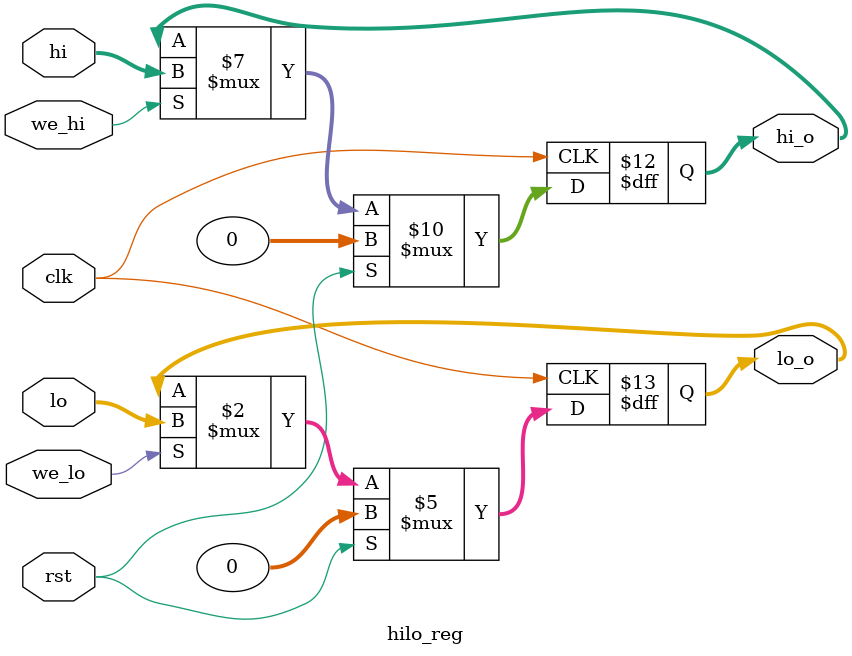
<source format=v>
`timescale 1ns / 1ps


module hilo_reg(
	input wire clk,rst,
	input wire we_hi,we_lo,	//使能信号
	input wire[31:0] hi,lo,  	//写端口
	output reg[31:0] hi_o,lo_o		//读端口
    );
	
	always @(negedge clk) begin
		if(rst) begin
			hi_o <= 0; 
			lo_o <= 0;
		end else begin
			if(we_hi)	begin
				hi_o <= hi;
			end
			if(we_lo)	begin
				lo_o <= lo;
			end
		end
	end
endmodule

</source>
